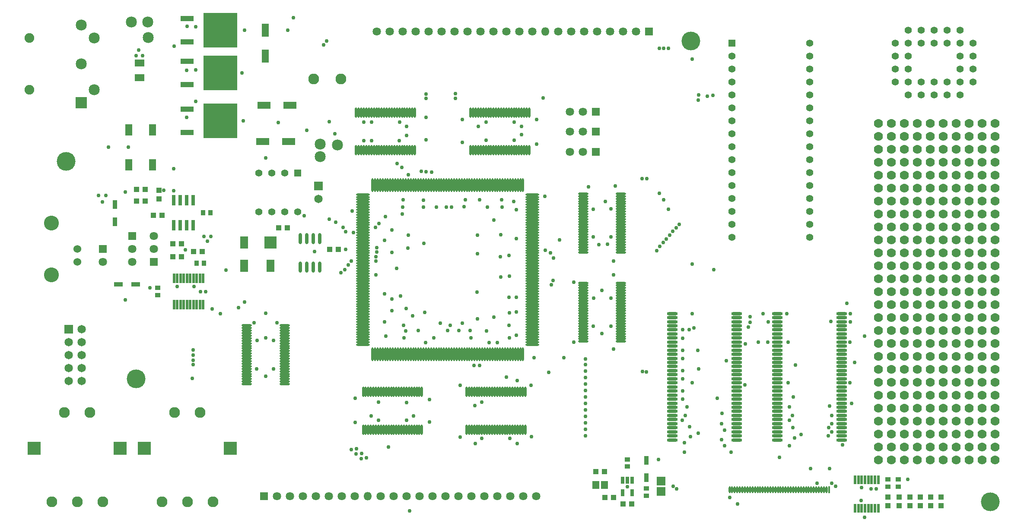
<source format=gts>
%FSLAX25Y25*%
%MOIN*%
G70*
G01*
G75*
G04 Layer_Color=8388736*
%ADD10O,0.01181X0.07480*%
%ADD11O,0.07480X0.01181*%
%ADD12R,0.07087X0.05118*%
%ADD13R,0.03937X0.03543*%
%ADD14R,0.03543X0.03150*%
%ADD15R,0.03543X0.03937*%
%ADD16R,0.06299X0.03150*%
%ADD17R,0.03150X0.06299*%
%ADD18R,0.02200X0.07800*%
%ADD19R,0.01400X0.06600*%
%ADD20O,0.02400X0.08000*%
%ADD21R,0.02200X0.05000*%
%ADD22R,0.05118X0.08661*%
%ADD23R,0.01400X0.07100*%
%ADD24O,0.07874X0.01969*%
%ADD25O,0.10000X0.01181*%
%ADD26O,0.01181X0.10000*%
%ADD27R,0.05118X0.09449*%
%ADD28R,0.09449X0.05118*%
%ADD29R,0.06299X0.06299*%
%ADD30R,0.09800X0.03700*%
%ADD31R,0.25700X0.26400*%
%ADD32R,0.01181X0.04724*%
%ADD33O,0.01181X0.04724*%
%ADD34R,0.05906X0.09055*%
%ADD35R,0.09055X0.09055*%
%ADD36R,0.05118X0.05906*%
%ADD37R,0.03150X0.03543*%
%ADD38C,0.01000*%
%ADD39C,0.03000*%
%ADD40C,0.00800*%
%ADD41C,0.10000*%
%ADD42C,0.01500*%
%ADD43C,0.05000*%
%ADD44C,0.07000*%
%ADD45C,0.05000*%
%ADD46R,0.05000X0.05000*%
%ADD47C,0.08000*%
%ADD48C,0.06000*%
%ADD49R,0.06000X0.06000*%
%ADD50R,0.09843X0.09843*%
%ADD51C,0.07874*%
%ADD52R,0.05906X0.05906*%
%ADD53C,0.05906*%
%ADD54O,0.05945X0.05906*%
%ADD55C,0.07000*%
%ADD56R,0.08000X0.08000*%
%ADD57R,0.05000X0.05000*%
%ADD58R,0.05906X0.05906*%
%ADD59C,0.11000*%
%ADD60C,0.05500*%
%ADD61C,0.06500*%
%ADD62C,0.14000*%
%ADD63C,0.02500*%
%ADD64C,0.03000*%
%ADD65C,0.02000*%
%ADD66C,0.00600*%
%ADD67C,0.00984*%
%ADD68C,0.00787*%
%ADD69O,0.01681X0.07980*%
%ADD70O,0.07980X0.01681*%
%ADD71R,0.07587X0.05618*%
%ADD72R,0.04437X0.04043*%
%ADD73R,0.04043X0.03650*%
%ADD74R,0.04043X0.04437*%
%ADD75R,0.06799X0.03650*%
%ADD76R,0.03650X0.06799*%
%ADD77R,0.02700X0.08300*%
%ADD78R,0.01900X0.07100*%
%ADD79O,0.02900X0.08500*%
%ADD80R,0.02700X0.05500*%
%ADD81R,0.05618X0.09161*%
%ADD82R,0.01900X0.07600*%
%ADD83O,0.08374X0.02469*%
%ADD84O,0.10500X0.01681*%
%ADD85O,0.01681X0.10500*%
%ADD86R,0.05618X0.09949*%
%ADD87R,0.09949X0.05618*%
%ADD88R,0.06799X0.06799*%
%ADD89R,0.10300X0.04200*%
%ADD90R,0.26200X0.26900*%
%ADD91R,0.01681X0.05224*%
%ADD92O,0.01681X0.05224*%
%ADD93R,0.06406X0.09555*%
%ADD94R,0.09555X0.09555*%
%ADD95R,0.05618X0.06406*%
%ADD96R,0.03650X0.04043*%
%ADD97R,0.05500X0.05500*%
%ADD98C,0.08500*%
%ADD99R,0.06500X0.06500*%
%ADD100R,0.10343X0.10343*%
%ADD101C,0.08374*%
%ADD102R,0.06406X0.06406*%
%ADD103C,0.06406*%
%ADD104O,0.06445X0.06406*%
%ADD105C,0.07500*%
%ADD106R,0.08500X0.08500*%
%ADD107R,0.05500X0.05500*%
%ADD108R,0.06406X0.06406*%
%ADD109C,0.11500*%
%ADD110C,0.14500*%
D48*
X148000Y302000D02*
D03*
Y312000D02*
D03*
D55*
X856000Y389000D02*
D03*
X846000D02*
D03*
X836000D02*
D03*
X826000D02*
D03*
X816000D02*
D03*
X806000D02*
D03*
X766000D02*
D03*
X776000D02*
D03*
X786000D02*
D03*
X796000D02*
D03*
Y379000D02*
D03*
X786000D02*
D03*
X776000D02*
D03*
X766000D02*
D03*
X806000D02*
D03*
X816000D02*
D03*
X826000D02*
D03*
X836000D02*
D03*
X846000D02*
D03*
X856000D02*
D03*
Y399000D02*
D03*
X846000D02*
D03*
X836000D02*
D03*
X826000D02*
D03*
X816000D02*
D03*
X806000D02*
D03*
X766000D02*
D03*
X776000D02*
D03*
X786000D02*
D03*
X796000D02*
D03*
Y409000D02*
D03*
X786000D02*
D03*
X776000D02*
D03*
X766000D02*
D03*
X806000D02*
D03*
X816000D02*
D03*
X826000D02*
D03*
X836000D02*
D03*
X846000D02*
D03*
X856000D02*
D03*
Y329000D02*
D03*
X846000D02*
D03*
X836000D02*
D03*
X826000D02*
D03*
X816000D02*
D03*
X806000D02*
D03*
X766000D02*
D03*
X776000D02*
D03*
X786000D02*
D03*
X796000D02*
D03*
Y319000D02*
D03*
X786000D02*
D03*
X776000D02*
D03*
X766000D02*
D03*
X806000D02*
D03*
X816000D02*
D03*
X826000D02*
D03*
X836000D02*
D03*
X846000D02*
D03*
X856000D02*
D03*
Y299000D02*
D03*
X846000D02*
D03*
X836000D02*
D03*
X826000D02*
D03*
X816000D02*
D03*
X806000D02*
D03*
X766000D02*
D03*
X776000D02*
D03*
X786000D02*
D03*
X796000D02*
D03*
Y309000D02*
D03*
X786000D02*
D03*
X776000D02*
D03*
X766000D02*
D03*
X806000D02*
D03*
X816000D02*
D03*
X826000D02*
D03*
X836000D02*
D03*
X846000D02*
D03*
X856000D02*
D03*
Y349000D02*
D03*
X846000D02*
D03*
X836000D02*
D03*
X826000D02*
D03*
X816000D02*
D03*
X806000D02*
D03*
X766000D02*
D03*
X776000D02*
D03*
X786000D02*
D03*
X796000D02*
D03*
Y339000D02*
D03*
X786000D02*
D03*
X776000D02*
D03*
X766000D02*
D03*
X806000D02*
D03*
X816000D02*
D03*
X826000D02*
D03*
X836000D02*
D03*
X846000D02*
D03*
X856000D02*
D03*
Y359000D02*
D03*
X846000D02*
D03*
X836000D02*
D03*
X826000D02*
D03*
X816000D02*
D03*
X806000D02*
D03*
X766000D02*
D03*
X776000D02*
D03*
X786000D02*
D03*
X796000D02*
D03*
Y369000D02*
D03*
X786000D02*
D03*
X776000D02*
D03*
X766000D02*
D03*
X806000D02*
D03*
X816000D02*
D03*
X826000D02*
D03*
X836000D02*
D03*
X846000D02*
D03*
X856000D02*
D03*
Y209000D02*
D03*
X846000D02*
D03*
X836000D02*
D03*
X826000D02*
D03*
X816000D02*
D03*
X806000D02*
D03*
X766000D02*
D03*
X776000D02*
D03*
X786000D02*
D03*
X796000D02*
D03*
Y199000D02*
D03*
X786000D02*
D03*
X776000D02*
D03*
X766000D02*
D03*
X806000D02*
D03*
X816000D02*
D03*
X826000D02*
D03*
X836000D02*
D03*
X846000D02*
D03*
X856000D02*
D03*
Y179000D02*
D03*
X846000D02*
D03*
X836000D02*
D03*
X826000D02*
D03*
X816000D02*
D03*
X806000D02*
D03*
X766000D02*
D03*
X776000D02*
D03*
X786000D02*
D03*
X796000D02*
D03*
Y189000D02*
D03*
X786000D02*
D03*
X776000D02*
D03*
X766000D02*
D03*
X806000D02*
D03*
X816000D02*
D03*
X826000D02*
D03*
X836000D02*
D03*
X846000D02*
D03*
X856000D02*
D03*
Y149000D02*
D03*
X846000D02*
D03*
X836000D02*
D03*
X826000D02*
D03*
X816000D02*
D03*
X806000D02*
D03*
X766000D02*
D03*
X776000D02*
D03*
X786000D02*
D03*
X796000D02*
D03*
X856000Y159000D02*
D03*
X846000D02*
D03*
X836000D02*
D03*
X826000D02*
D03*
X816000D02*
D03*
X806000D02*
D03*
X766000D02*
D03*
X776000D02*
D03*
X786000D02*
D03*
X796000D02*
D03*
Y169000D02*
D03*
X786000D02*
D03*
X776000D02*
D03*
X766000D02*
D03*
X806000D02*
D03*
X816000D02*
D03*
X826000D02*
D03*
X836000D02*
D03*
X846000D02*
D03*
X856000D02*
D03*
Y249000D02*
D03*
X846000D02*
D03*
X836000D02*
D03*
X826000D02*
D03*
X816000D02*
D03*
X806000D02*
D03*
X766000D02*
D03*
X776000D02*
D03*
X786000D02*
D03*
X796000D02*
D03*
Y239000D02*
D03*
X786000D02*
D03*
X776000D02*
D03*
X766000D02*
D03*
X806000D02*
D03*
X816000D02*
D03*
X826000D02*
D03*
X836000D02*
D03*
X846000D02*
D03*
X856000D02*
D03*
Y219000D02*
D03*
X846000D02*
D03*
X836000D02*
D03*
X826000D02*
D03*
X816000D02*
D03*
X806000D02*
D03*
X766000D02*
D03*
X776000D02*
D03*
X786000D02*
D03*
X796000D02*
D03*
Y229000D02*
D03*
X786000D02*
D03*
X776000D02*
D03*
X766000D02*
D03*
X806000D02*
D03*
X816000D02*
D03*
X826000D02*
D03*
X836000D02*
D03*
X846000D02*
D03*
X856000D02*
D03*
Y269000D02*
D03*
X846000D02*
D03*
X836000D02*
D03*
X826000D02*
D03*
X816000D02*
D03*
X806000D02*
D03*
X766000D02*
D03*
X776000D02*
D03*
X786000D02*
D03*
X796000D02*
D03*
Y259000D02*
D03*
X786000D02*
D03*
X776000D02*
D03*
X766000D02*
D03*
X806000D02*
D03*
X816000D02*
D03*
X826000D02*
D03*
X836000D02*
D03*
X846000D02*
D03*
X856000D02*
D03*
Y279000D02*
D03*
X846000D02*
D03*
X836000D02*
D03*
X826000D02*
D03*
X816000D02*
D03*
X806000D02*
D03*
X766000D02*
D03*
X776000D02*
D03*
X786000D02*
D03*
X796000D02*
D03*
Y289000D02*
D03*
X786000D02*
D03*
X776000D02*
D03*
X766000D02*
D03*
X806000D02*
D03*
X816000D02*
D03*
X826000D02*
D03*
X836000D02*
D03*
X846000D02*
D03*
X856000D02*
D03*
D60*
X839000Y471000D02*
D03*
Y461000D02*
D03*
Y451000D02*
D03*
X829000Y461000D02*
D03*
Y451000D02*
D03*
X839000Y441000D02*
D03*
X829000D02*
D03*
X819000D02*
D03*
X809000D02*
D03*
X799000D02*
D03*
X829000Y431000D02*
D03*
X819000D02*
D03*
X809000D02*
D03*
X799000D02*
D03*
X829000Y471000D02*
D03*
X819000D02*
D03*
X809000D02*
D03*
X799000D02*
D03*
X829000Y481000D02*
D03*
X819000D02*
D03*
X809000D02*
D03*
X799000D02*
D03*
X789000D02*
D03*
Y431000D02*
D03*
X779000Y441000D02*
D03*
X789000D02*
D03*
Y471000D02*
D03*
X779000D02*
D03*
Y461000D02*
D03*
X789000Y451000D02*
D03*
X779000D02*
D03*
X789000Y461000D02*
D03*
X653000D02*
D03*
Y451000D02*
D03*
Y441000D02*
D03*
Y431000D02*
D03*
Y421000D02*
D03*
Y411000D02*
D03*
Y401000D02*
D03*
Y391000D02*
D03*
Y381000D02*
D03*
Y371000D02*
D03*
Y361000D02*
D03*
Y351000D02*
D03*
Y341000D02*
D03*
Y331000D02*
D03*
Y321000D02*
D03*
X713000D02*
D03*
Y331000D02*
D03*
Y341000D02*
D03*
Y351000D02*
D03*
Y361000D02*
D03*
Y371000D02*
D03*
Y381000D02*
D03*
Y391000D02*
D03*
Y401000D02*
D03*
Y411000D02*
D03*
Y421000D02*
D03*
Y431000D02*
D03*
Y441000D02*
D03*
Y451000D02*
D03*
Y461000D02*
D03*
Y471000D02*
D03*
X308000Y370500D02*
D03*
X298000D02*
D03*
X288000D02*
D03*
Y340500D02*
D03*
X298000D02*
D03*
X308000D02*
D03*
X318000D02*
D03*
D61*
X151500Y250000D02*
D03*
X141500Y240000D02*
D03*
X151500D02*
D03*
X141500Y230000D02*
D03*
X151500D02*
D03*
X141500Y220000D02*
D03*
Y210000D02*
D03*
X151500D02*
D03*
Y220000D02*
D03*
X334000Y350500D02*
D03*
D64*
X460200Y193700D02*
D03*
X487500Y210300D02*
D03*
X454744Y191000D02*
D03*
X487456Y161700D02*
D03*
X481800Y165600D02*
D03*
X460200D02*
D03*
X455100Y161700D02*
D03*
X479200Y213000D02*
D03*
X419846Y195400D02*
D03*
X419800Y178300D02*
D03*
X380500Y193400D02*
D03*
X402100Y193300D02*
D03*
X402144Y179400D02*
D03*
X380435D02*
D03*
X407556Y182900D02*
D03*
X374800D02*
D03*
X299400Y219256D02*
D03*
X286500Y219300D02*
D03*
X286700Y241300D02*
D03*
X299400Y241200D02*
D03*
X293300Y243100D02*
D03*
Y213700D02*
D03*
X546300Y273800D02*
D03*
X559800Y252200D02*
D03*
X552900Y279900D02*
D03*
Y246600D02*
D03*
X559800Y273800D02*
D03*
X546200Y252100D02*
D03*
X531100Y286100D02*
D03*
X555600Y348600D02*
D03*
X550400Y315344D02*
D03*
X546200Y342700D02*
D03*
Y321100D02*
D03*
X559900D02*
D03*
X595000Y310600D02*
D03*
X597400Y313800D02*
D03*
X600000Y316800D02*
D03*
X602500Y319700D02*
D03*
X605000Y322700D02*
D03*
X607500Y325600D02*
D03*
X610000Y328300D02*
D03*
X612600Y330900D02*
D03*
X445200Y411900D02*
D03*
X485000Y396000D02*
D03*
X490800Y400200D02*
D03*
X457400Y406400D02*
D03*
X490870D02*
D03*
X463300Y409900D02*
D03*
X485000D02*
D03*
X463300Y396000D02*
D03*
X402200Y399400D02*
D03*
X396500Y395700D02*
D03*
X402156Y406400D02*
D03*
X396700Y409900D02*
D03*
X369100D02*
D03*
X673300Y239900D02*
D03*
X680800D02*
D03*
X325150Y403650D02*
D03*
X486800Y320000D02*
D03*
X198300Y461300D02*
D03*
X195500Y465500D02*
D03*
X231550Y311282D02*
D03*
X622500Y458400D02*
D03*
Y300100D02*
D03*
X639000Y295800D02*
D03*
X239400Y450100D02*
D03*
X239300Y483600D02*
D03*
X239400Y425800D02*
D03*
X355000Y325100D02*
D03*
X361200Y324600D02*
D03*
X610500Y126500D02*
D03*
X587000Y217000D02*
D03*
X587400Y366300D02*
D03*
X417000Y428200D02*
D03*
X439700Y428300D02*
D03*
X340400Y472600D02*
D03*
X607700Y128600D02*
D03*
X596357Y149357D02*
D03*
X584100Y217100D02*
D03*
X583800Y366300D02*
D03*
X507300Y428600D02*
D03*
X439700Y431800D02*
D03*
X417000Y431700D02*
D03*
X338100Y469700D02*
D03*
X222900Y468700D02*
D03*
X236700Y212000D02*
D03*
X272400Y266500D02*
D03*
X262800Y295700D02*
D03*
X713900Y142200D02*
D03*
X728500D02*
D03*
X755600Y244600D02*
D03*
X741800Y269900D02*
D03*
X747700Y224100D02*
D03*
X385800Y336800D02*
D03*
X508900Y352400D02*
D03*
X500400Y228000D02*
D03*
X342400Y410200D02*
D03*
X472200Y239544D02*
D03*
X511800Y216500D02*
D03*
X523300Y227900D02*
D03*
X465800Y239544D02*
D03*
X406900Y260200D02*
D03*
X416800Y239400D02*
D03*
X417100Y413600D02*
D03*
X417000Y396300D02*
D03*
X657300Y114900D02*
D03*
X651300Y120000D02*
D03*
X572400Y128300D02*
D03*
X167500Y348300D02*
D03*
X170100Y353200D02*
D03*
X164400Y353300D02*
D03*
X248500Y317800D02*
D03*
X251100Y321700D02*
D03*
X245700D02*
D03*
X214662Y357339D02*
D03*
X681000Y255600D02*
D03*
X622400Y208600D02*
D03*
X648800Y225700D02*
D03*
X623675Y250800D02*
D03*
X700300Y197600D02*
D03*
X744300Y255700D02*
D03*
X745300Y192700D02*
D03*
X641700Y196500D02*
D03*
X627300Y219300D02*
D03*
X620100Y249600D02*
D03*
X665700Y251600D02*
D03*
X667100Y255300D02*
D03*
X702000Y222200D02*
D03*
X616300Y155000D02*
D03*
X652300Y154800D02*
D03*
X421300Y371300D02*
D03*
X417122Y371522D02*
D03*
X413463Y371763D02*
D03*
X403343Y369343D02*
D03*
X398500Y374825D02*
D03*
X346700Y400800D02*
D03*
X360100Y341100D02*
D03*
X394500Y297000D02*
D03*
X398800Y338800D02*
D03*
X415300Y316200D02*
D03*
X456753Y322400D02*
D03*
X469300Y334100D02*
D03*
X456900Y308200D02*
D03*
X456400Y278500D02*
D03*
X456900Y258000D02*
D03*
X435700Y252800D02*
D03*
X397300Y275400D02*
D03*
X399650Y252850D02*
D03*
X469600Y259300D02*
D03*
X401700Y265800D02*
D03*
X481200Y306800D02*
D03*
X481300Y290900D02*
D03*
X474800Y290200D02*
D03*
X481300Y262600D02*
D03*
X481200Y274700D02*
D03*
X486800Y245200D02*
D03*
X481200Y253000D02*
D03*
X463800Y248700D02*
D03*
X451000Y248800D02*
D03*
X451800Y243100D02*
D03*
X442300Y248800D02*
D03*
X433900D02*
D03*
X411217Y248783D02*
D03*
X464500Y344300D02*
D03*
X475600Y349800D02*
D03*
X475800Y344200D02*
D03*
X446300Y344400D02*
D03*
X390791Y273291D02*
D03*
X390800Y264200D02*
D03*
X401400Y248700D02*
D03*
X390700Y309200D02*
D03*
X380800Y331400D02*
D03*
X390700Y326700D02*
D03*
X399000Y344300D02*
D03*
X415200D02*
D03*
X424996Y344204D02*
D03*
X432870Y344330D02*
D03*
X436807Y344207D02*
D03*
X403504Y322504D02*
D03*
X428200Y254700D02*
D03*
X445100Y254600D02*
D03*
X474800Y323000D02*
D03*
X474600Y305800D02*
D03*
X399406Y349794D02*
D03*
X385267Y318567D02*
D03*
X385228Y277228D02*
D03*
X385200Y255500D02*
D03*
X386200Y244500D02*
D03*
X400200Y243200D02*
D03*
X423028Y243072D02*
D03*
X481600Y243300D02*
D03*
X415154Y349654D02*
D03*
X447600Y349800D02*
D03*
X458461Y349761D02*
D03*
X484700Y348700D02*
D03*
X486811Y342189D02*
D03*
X486800Y274400D02*
D03*
Y263200D02*
D03*
X752800Y117400D02*
D03*
X788700Y133800D02*
D03*
X753200Y127500D02*
D03*
X718876Y131000D02*
D03*
X738600Y160500D02*
D03*
X689700Y151000D02*
D03*
X314800Y490500D02*
D03*
X404500Y109600D02*
D03*
X293300Y262300D02*
D03*
X238000Y283000D02*
D03*
X225000D02*
D03*
X243000Y279000D02*
D03*
X247000D02*
D03*
X222400Y374000D02*
D03*
Y356800D02*
D03*
X193300Y461300D02*
D03*
X258500Y262000D02*
D03*
X204000Y281756D02*
D03*
X185000Y272500D02*
D03*
Y356000D02*
D03*
X597000Y355000D02*
D03*
X600500Y467000D02*
D03*
X597000D02*
D03*
X604000D02*
D03*
X627500Y431000D02*
D03*
X627000Y427000D02*
D03*
X634000Y430000D02*
D03*
X638500Y430500D02*
D03*
X615000Y243000D02*
D03*
Y233654D02*
D03*
Y202157D02*
D03*
Y249402D02*
D03*
Y227354D02*
D03*
Y217906D02*
D03*
Y211606D02*
D03*
Y195858D02*
D03*
X600500Y350000D02*
D03*
X604000Y342500D02*
D03*
X617240Y183260D02*
D03*
X614890Y179610D02*
D03*
X697500Y190000D02*
D03*
X699760Y183260D02*
D03*
X697390Y179610D02*
D03*
X700000Y174000D02*
D03*
X706500Y168500D02*
D03*
X701500Y166000D02*
D03*
X697500Y160000D02*
D03*
X730260Y183260D02*
D03*
X730039Y176961D02*
D03*
X727689Y173811D02*
D03*
X730161Y170661D02*
D03*
X727512Y167512D02*
D03*
X647500Y160000D02*
D03*
X645000Y164500D02*
D03*
X618500Y190000D02*
D03*
X620500Y174500D02*
D03*
X616500Y162100D02*
D03*
X627000Y169650D02*
D03*
X621150Y166850D02*
D03*
X667100Y259600D02*
D03*
X677000Y262000D02*
D03*
X744500D02*
D03*
X540000Y197500D02*
D03*
Y187500D02*
D03*
Y182500D02*
D03*
Y177500D02*
D03*
Y172500D02*
D03*
Y192500D02*
D03*
Y202500D02*
D03*
Y167500D02*
D03*
Y222500D02*
D03*
Y217500D02*
D03*
X647500Y172000D02*
D03*
X645039Y176961D02*
D03*
X645500Y185000D02*
D03*
X540000Y212500D02*
D03*
Y207500D02*
D03*
Y227000D02*
D03*
X498400Y166900D02*
D03*
X498200Y206700D02*
D03*
X443600Y206500D02*
D03*
X443300Y166400D02*
D03*
X760500Y126500D02*
D03*
X764500D02*
D03*
X730000Y131000D02*
D03*
X733000Y128500D02*
D03*
X454000Y222000D02*
D03*
X458500D02*
D03*
X755500Y104500D02*
D03*
X520000Y319000D02*
D03*
X515100Y287500D02*
D03*
X513800Y284200D02*
D03*
X394900Y378000D02*
D03*
X371000Y150500D02*
D03*
X367000Y150000D02*
D03*
X367500Y154000D02*
D03*
X363000Y153500D02*
D03*
X363500Y157500D02*
D03*
X359500Y157000D02*
D03*
X388000Y159000D02*
D03*
X252000Y265500D02*
D03*
X513000Y309000D02*
D03*
X515500Y305000D02*
D03*
X509000Y311000D02*
D03*
X353000Y328500D02*
D03*
X378000D02*
D03*
X355000Y311500D02*
D03*
X277000Y271000D02*
D03*
X378500Y306000D02*
D03*
X379000Y309500D02*
D03*
X347500Y332500D02*
D03*
X331250Y310000D02*
D03*
X378500Y302500D02*
D03*
X323000Y337500D02*
D03*
X342500Y335000D02*
D03*
X379000Y313000D02*
D03*
X237500Y234000D02*
D03*
Y230000D02*
D03*
Y226000D02*
D03*
Y222500D02*
D03*
X359500Y302500D02*
D03*
X378500Y292000D02*
D03*
X357000Y299500D02*
D03*
X351500Y293500D02*
D03*
X354500Y296000D02*
D03*
X187500Y390500D02*
D03*
X172000D02*
D03*
X232750Y484000D02*
D03*
X277000Y481000D02*
D03*
X232500Y450000D02*
D03*
X275000Y448000D02*
D03*
X276000Y411000D02*
D03*
X232500Y413500D02*
D03*
X310500Y481000D02*
D03*
X303000Y409500D02*
D03*
X302000Y254800D02*
D03*
X284400Y254900D02*
D03*
X561846Y291846D02*
D03*
X561900Y234500D02*
D03*
X563000Y360500D02*
D03*
X542500Y360000D02*
D03*
X561900Y302600D02*
D03*
X559900Y342800D02*
D03*
X375100Y409900D02*
D03*
X502300Y393000D02*
D03*
Y411800D02*
D03*
X445100Y394200D02*
D03*
X362600Y196400D02*
D03*
Y177800D02*
D03*
X695500Y262000D02*
D03*
X696500Y240000D02*
D03*
X744000D02*
D03*
X696500Y208500D02*
D03*
X743957Y208457D02*
D03*
X728500Y190500D02*
D03*
X729500Y256000D02*
D03*
X626900Y233600D02*
D03*
X663500Y238500D02*
D03*
X663000Y207000D02*
D03*
X557000Y315400D02*
D03*
X375100Y395700D02*
D03*
X369100D02*
D03*
X531100Y240000D02*
D03*
X622500Y261756D02*
D03*
X293300Y382100D02*
D03*
X416200Y262800D02*
D03*
X403200Y312400D02*
D03*
D69*
X493700Y172266D02*
D03*
X491732D02*
D03*
X489763D02*
D03*
X487794D02*
D03*
X485826D02*
D03*
X483857D02*
D03*
X481889D02*
D03*
X479920D02*
D03*
X477952D02*
D03*
X475983D02*
D03*
X474015D02*
D03*
X472047D02*
D03*
X470078D02*
D03*
X468110D02*
D03*
X466141D02*
D03*
X464173D02*
D03*
X462204D02*
D03*
X460236D02*
D03*
X458267D02*
D03*
X456298D02*
D03*
X454330D02*
D03*
X452361D02*
D03*
X450393D02*
D03*
X448424D02*
D03*
Y201400D02*
D03*
X491732D02*
D03*
X493700D02*
D03*
X450393D02*
D03*
X452361D02*
D03*
X454330D02*
D03*
X456298D02*
D03*
X458267D02*
D03*
X460236D02*
D03*
X462204D02*
D03*
X464173D02*
D03*
X466141D02*
D03*
X468110D02*
D03*
X470078D02*
D03*
X472047D02*
D03*
X474015D02*
D03*
X475983D02*
D03*
X477952D02*
D03*
X479920D02*
D03*
X481889D02*
D03*
X483857D02*
D03*
X485826D02*
D03*
X487794D02*
D03*
X489763D02*
D03*
X363200Y417234D02*
D03*
X365168D02*
D03*
X367137D02*
D03*
X369106D02*
D03*
X371074D02*
D03*
X373042D02*
D03*
X375011D02*
D03*
X376979D02*
D03*
X378948D02*
D03*
X380917D02*
D03*
X382885D02*
D03*
X384854D02*
D03*
X386822D02*
D03*
X388790D02*
D03*
X390759D02*
D03*
X392727D02*
D03*
X394696D02*
D03*
X396665D02*
D03*
X398633D02*
D03*
X400601D02*
D03*
X402570D02*
D03*
X404538D02*
D03*
X406507D02*
D03*
X408475D02*
D03*
Y388100D02*
D03*
X365168D02*
D03*
X363200D02*
D03*
X406507D02*
D03*
X404538D02*
D03*
X402570D02*
D03*
X400601D02*
D03*
X398633D02*
D03*
X396665D02*
D03*
X394696D02*
D03*
X392727D02*
D03*
X390759D02*
D03*
X388790D02*
D03*
X386822D02*
D03*
X384854D02*
D03*
X382885D02*
D03*
X380917D02*
D03*
X378948D02*
D03*
X376979D02*
D03*
X375011D02*
D03*
X373042D02*
D03*
X371074D02*
D03*
X369106D02*
D03*
X367137D02*
D03*
X413900Y172266D02*
D03*
X411932D02*
D03*
X409963D02*
D03*
X407995D02*
D03*
X406026D02*
D03*
X404058D02*
D03*
X402089D02*
D03*
X400120D02*
D03*
X398152D02*
D03*
X396183D02*
D03*
X394215D02*
D03*
X392247D02*
D03*
X390278D02*
D03*
X388310D02*
D03*
X386341D02*
D03*
X384372D02*
D03*
X382404D02*
D03*
X380435D02*
D03*
X378467D02*
D03*
X376499D02*
D03*
X374530D02*
D03*
X372562D02*
D03*
X370593D02*
D03*
X368624D02*
D03*
Y201400D02*
D03*
X411932D02*
D03*
X413900D02*
D03*
X370593D02*
D03*
X372562D02*
D03*
X374530D02*
D03*
X376499D02*
D03*
X378467D02*
D03*
X380435D02*
D03*
X382404D02*
D03*
X384372D02*
D03*
X386341D02*
D03*
X388310D02*
D03*
X390278D02*
D03*
X392247D02*
D03*
X394215D02*
D03*
X396183D02*
D03*
X398152D02*
D03*
X400120D02*
D03*
X402089D02*
D03*
X404058D02*
D03*
X406026D02*
D03*
X407995D02*
D03*
X409963D02*
D03*
X451500Y417234D02*
D03*
X453469D02*
D03*
X455437D02*
D03*
X457406D02*
D03*
X459374D02*
D03*
X461342D02*
D03*
X463311D02*
D03*
X465279D02*
D03*
X467248D02*
D03*
X469216D02*
D03*
X471185D02*
D03*
X473153D02*
D03*
X475122D02*
D03*
X477091D02*
D03*
X479059D02*
D03*
X481028D02*
D03*
X482996D02*
D03*
X484965D02*
D03*
X486933D02*
D03*
X488902D02*
D03*
X490870D02*
D03*
X492838D02*
D03*
X494807D02*
D03*
X496775D02*
D03*
Y388100D02*
D03*
X453469D02*
D03*
X451500D02*
D03*
X494807D02*
D03*
X492838D02*
D03*
X490870D02*
D03*
X488902D02*
D03*
X486933D02*
D03*
X484965D02*
D03*
X482996D02*
D03*
X481028D02*
D03*
X479059D02*
D03*
X477091D02*
D03*
X475122D02*
D03*
X473153D02*
D03*
X471185D02*
D03*
X469216D02*
D03*
X467248D02*
D03*
X465279D02*
D03*
X463311D02*
D03*
X461342D02*
D03*
X459374D02*
D03*
X457406D02*
D03*
X455437D02*
D03*
D70*
X567434Y354600D02*
D03*
Y352631D02*
D03*
Y350663D02*
D03*
Y348694D02*
D03*
Y346726D02*
D03*
Y344758D02*
D03*
Y342789D02*
D03*
Y340821D02*
D03*
Y338852D02*
D03*
Y336883D02*
D03*
Y334915D02*
D03*
Y332946D02*
D03*
Y330978D02*
D03*
Y329010D02*
D03*
Y327041D02*
D03*
Y325073D02*
D03*
Y323104D02*
D03*
Y321135D02*
D03*
Y319167D02*
D03*
Y317198D02*
D03*
Y315230D02*
D03*
Y313262D02*
D03*
Y311293D02*
D03*
Y309325D02*
D03*
X538300D02*
D03*
Y352631D02*
D03*
Y354600D02*
D03*
Y311293D02*
D03*
Y313262D02*
D03*
Y315230D02*
D03*
Y317198D02*
D03*
Y319167D02*
D03*
Y321135D02*
D03*
Y323104D02*
D03*
Y325073D02*
D03*
Y327041D02*
D03*
Y329010D02*
D03*
Y330978D02*
D03*
Y332946D02*
D03*
Y334915D02*
D03*
Y336883D02*
D03*
Y338852D02*
D03*
Y340821D02*
D03*
Y342789D02*
D03*
Y344758D02*
D03*
Y346726D02*
D03*
Y348694D02*
D03*
Y350663D02*
D03*
X567434Y285700D02*
D03*
Y283732D02*
D03*
Y281763D02*
D03*
Y279795D02*
D03*
Y277826D02*
D03*
Y275857D02*
D03*
Y273889D02*
D03*
Y271920D02*
D03*
Y269952D02*
D03*
Y267984D02*
D03*
Y266015D02*
D03*
Y264047D02*
D03*
Y262078D02*
D03*
Y260109D02*
D03*
Y258141D02*
D03*
Y256172D02*
D03*
Y254204D02*
D03*
Y252236D02*
D03*
Y250267D02*
D03*
Y248299D02*
D03*
Y246330D02*
D03*
Y244361D02*
D03*
Y242393D02*
D03*
Y240424D02*
D03*
X538300D02*
D03*
Y283732D02*
D03*
Y285700D02*
D03*
Y242393D02*
D03*
Y244361D02*
D03*
Y246330D02*
D03*
Y248299D02*
D03*
Y250267D02*
D03*
Y252236D02*
D03*
Y254204D02*
D03*
Y256172D02*
D03*
Y258141D02*
D03*
Y260109D02*
D03*
Y262078D02*
D03*
Y264047D02*
D03*
Y266015D02*
D03*
Y267984D02*
D03*
Y269952D02*
D03*
Y271920D02*
D03*
Y273889D02*
D03*
Y275857D02*
D03*
Y277826D02*
D03*
Y279795D02*
D03*
Y281763D02*
D03*
X278866Y207500D02*
D03*
Y209469D02*
D03*
Y211437D02*
D03*
Y213405D02*
D03*
Y215374D02*
D03*
Y217342D02*
D03*
Y219311D02*
D03*
Y221280D02*
D03*
Y223248D02*
D03*
Y225217D02*
D03*
Y227185D02*
D03*
Y229153D02*
D03*
Y231122D02*
D03*
Y233090D02*
D03*
Y235059D02*
D03*
Y237028D02*
D03*
Y238996D02*
D03*
Y240965D02*
D03*
Y242933D02*
D03*
Y244901D02*
D03*
Y246870D02*
D03*
Y248838D02*
D03*
Y250807D02*
D03*
Y252776D02*
D03*
X308000D02*
D03*
Y209469D02*
D03*
Y207500D02*
D03*
Y250807D02*
D03*
Y248838D02*
D03*
Y246870D02*
D03*
Y244901D02*
D03*
Y242933D02*
D03*
Y240965D02*
D03*
Y238996D02*
D03*
Y237028D02*
D03*
Y235059D02*
D03*
Y233090D02*
D03*
Y231122D02*
D03*
Y229153D02*
D03*
Y227185D02*
D03*
Y225217D02*
D03*
Y223248D02*
D03*
Y221280D02*
D03*
Y219311D02*
D03*
Y217342D02*
D03*
Y215374D02*
D03*
Y213405D02*
D03*
Y211437D02*
D03*
D71*
X196000Y455709D02*
D03*
Y444291D02*
D03*
D72*
X782000Y113654D02*
D03*
Y120346D02*
D03*
X773500Y113654D02*
D03*
Y120346D02*
D03*
X211000Y357347D02*
D03*
Y350654D02*
D03*
X790500Y120346D02*
D03*
Y113654D02*
D03*
X798500Y120346D02*
D03*
Y113654D02*
D03*
X806500Y120346D02*
D03*
Y113654D02*
D03*
X814500Y120346D02*
D03*
Y113654D02*
D03*
D73*
X781500Y128244D02*
D03*
Y133756D02*
D03*
X773500Y128244D02*
D03*
Y133756D02*
D03*
X210000Y276244D02*
D03*
Y281756D02*
D03*
X587000Y126756D02*
D03*
Y121244D02*
D03*
X572500Y143744D02*
D03*
Y149256D02*
D03*
D74*
X237653Y310000D02*
D03*
X244346D02*
D03*
X228346Y306000D02*
D03*
X221654D02*
D03*
X221654Y316000D02*
D03*
X228346D02*
D03*
X213347Y338000D02*
D03*
X206653D02*
D03*
X193654Y358000D02*
D03*
X200346D02*
D03*
X193654Y349000D02*
D03*
X200346D02*
D03*
X342653Y311500D02*
D03*
X349346D02*
D03*
X303354Y328200D02*
D03*
X310047D02*
D03*
X575846Y115000D02*
D03*
X569153D02*
D03*
X554846Y140000D02*
D03*
X548153D02*
D03*
X561846Y120000D02*
D03*
X555154D02*
D03*
D75*
X179807Y284500D02*
D03*
X193193D02*
D03*
D76*
X177100Y346193D02*
D03*
Y332807D02*
D03*
X587000Y135307D02*
D03*
Y148693D02*
D03*
D77*
X222500Y330300D02*
D03*
X227500D02*
D03*
X232500D02*
D03*
X237500D02*
D03*
Y349700D02*
D03*
X232500D02*
D03*
X227500D02*
D03*
X222500D02*
D03*
D78*
X765957Y133600D02*
D03*
X763398D02*
D03*
X760839D02*
D03*
X758280D02*
D03*
X755720D02*
D03*
X753161D02*
D03*
X750602D02*
D03*
X748043D02*
D03*
Y111400D02*
D03*
X750602D02*
D03*
X753161D02*
D03*
X755720D02*
D03*
X758280D02*
D03*
X760839D02*
D03*
X763398D02*
D03*
X765957D02*
D03*
D79*
X320000Y320000D02*
D03*
X335000Y298000D02*
D03*
X330000D02*
D03*
X325000D02*
D03*
X320000D02*
D03*
X325000Y320000D02*
D03*
X330000D02*
D03*
X335000D02*
D03*
D80*
X576250Y123700D02*
D03*
X568750D02*
D03*
Y133300D02*
D03*
X572500D02*
D03*
X576250D02*
D03*
D81*
X206252Y404000D02*
D03*
X187748D02*
D03*
X187748Y377000D02*
D03*
X206252D02*
D03*
D82*
X222750Y268950D02*
D03*
X225250D02*
D03*
X227750D02*
D03*
X230250D02*
D03*
X232750D02*
D03*
X235250D02*
D03*
X237750D02*
D03*
X240250D02*
D03*
X242750D02*
D03*
X245250D02*
D03*
Y289050D02*
D03*
X242750D02*
D03*
X240250D02*
D03*
X237750D02*
D03*
X235250D02*
D03*
X232750D02*
D03*
X230250D02*
D03*
X227750D02*
D03*
X225250D02*
D03*
X222750D02*
D03*
D83*
X607000Y262000D02*
D03*
Y258850D02*
D03*
Y255701D02*
D03*
Y252551D02*
D03*
Y249402D02*
D03*
Y246252D02*
D03*
Y243102D02*
D03*
Y239953D02*
D03*
Y236803D02*
D03*
Y230504D02*
D03*
Y227354D02*
D03*
Y224205D02*
D03*
Y221055D02*
D03*
Y214756D02*
D03*
Y211606D02*
D03*
Y208457D02*
D03*
Y205307D02*
D03*
Y202157D02*
D03*
Y199008D02*
D03*
Y195858D02*
D03*
Y192709D02*
D03*
Y189559D02*
D03*
Y186409D02*
D03*
Y183260D02*
D03*
Y180110D02*
D03*
Y176961D02*
D03*
Y173811D02*
D03*
Y170661D02*
D03*
Y167512D02*
D03*
Y164362D02*
D03*
X656606D02*
D03*
Y167512D02*
D03*
Y170661D02*
D03*
Y173811D02*
D03*
Y176961D02*
D03*
Y180110D02*
D03*
Y183260D02*
D03*
Y186409D02*
D03*
Y192709D02*
D03*
Y195858D02*
D03*
Y199008D02*
D03*
Y202157D02*
D03*
Y205307D02*
D03*
Y208457D02*
D03*
Y211606D02*
D03*
Y214756D02*
D03*
Y217906D02*
D03*
Y221055D02*
D03*
Y224205D02*
D03*
Y227354D02*
D03*
Y230504D02*
D03*
Y233654D02*
D03*
Y236803D02*
D03*
Y239953D02*
D03*
Y243102D02*
D03*
Y246252D02*
D03*
Y249402D02*
D03*
Y252551D02*
D03*
Y255701D02*
D03*
Y262000D02*
D03*
Y258850D02*
D03*
Y189559D02*
D03*
X607000Y217906D02*
D03*
Y233654D02*
D03*
X688000Y262000D02*
D03*
Y258850D02*
D03*
Y255701D02*
D03*
Y252551D02*
D03*
Y249402D02*
D03*
Y246252D02*
D03*
Y243102D02*
D03*
Y239953D02*
D03*
Y236803D02*
D03*
Y230504D02*
D03*
Y227354D02*
D03*
Y224205D02*
D03*
Y221055D02*
D03*
Y214756D02*
D03*
Y211606D02*
D03*
Y208457D02*
D03*
Y205307D02*
D03*
Y202157D02*
D03*
Y199008D02*
D03*
Y195858D02*
D03*
Y192709D02*
D03*
Y189559D02*
D03*
Y186409D02*
D03*
Y183260D02*
D03*
Y180110D02*
D03*
Y176961D02*
D03*
Y173811D02*
D03*
Y170661D02*
D03*
Y167512D02*
D03*
Y164362D02*
D03*
X737606D02*
D03*
Y167512D02*
D03*
Y170661D02*
D03*
Y173811D02*
D03*
Y176961D02*
D03*
Y180110D02*
D03*
Y183260D02*
D03*
Y186409D02*
D03*
Y192709D02*
D03*
Y195858D02*
D03*
Y199008D02*
D03*
Y202157D02*
D03*
Y205307D02*
D03*
Y208457D02*
D03*
Y211606D02*
D03*
Y214756D02*
D03*
Y217906D02*
D03*
Y221055D02*
D03*
Y224205D02*
D03*
Y227354D02*
D03*
Y230504D02*
D03*
Y233654D02*
D03*
Y236803D02*
D03*
Y239953D02*
D03*
Y243102D02*
D03*
Y246252D02*
D03*
Y249402D02*
D03*
Y252551D02*
D03*
Y255701D02*
D03*
Y262000D02*
D03*
Y258850D02*
D03*
Y189559D02*
D03*
X688000Y217906D02*
D03*
Y233654D02*
D03*
D84*
X368500Y354000D02*
D03*
X499209D02*
D03*
Y352031D02*
D03*
Y350063D02*
D03*
Y348094D02*
D03*
Y346126D02*
D03*
Y344157D02*
D03*
Y342189D02*
D03*
Y340220D02*
D03*
Y338252D02*
D03*
Y336283D02*
D03*
Y334315D02*
D03*
Y332346D02*
D03*
Y330378D02*
D03*
Y328409D02*
D03*
Y326441D02*
D03*
Y324472D02*
D03*
Y322504D02*
D03*
Y320535D02*
D03*
Y318567D02*
D03*
Y316598D02*
D03*
Y314630D02*
D03*
Y312661D02*
D03*
Y310693D02*
D03*
Y308724D02*
D03*
Y306756D02*
D03*
Y304787D02*
D03*
Y302819D02*
D03*
Y300850D02*
D03*
Y298882D02*
D03*
Y296913D02*
D03*
Y294945D02*
D03*
Y292976D02*
D03*
Y291008D02*
D03*
Y289039D02*
D03*
Y287071D02*
D03*
Y285102D02*
D03*
Y283134D02*
D03*
Y281165D02*
D03*
Y279197D02*
D03*
Y277228D02*
D03*
Y275260D02*
D03*
Y273291D02*
D03*
Y271323D02*
D03*
Y269354D02*
D03*
Y267386D02*
D03*
Y265417D02*
D03*
Y263449D02*
D03*
Y261480D02*
D03*
Y259512D02*
D03*
Y257543D02*
D03*
Y255575D02*
D03*
Y253606D02*
D03*
Y251638D02*
D03*
Y249669D02*
D03*
Y247701D02*
D03*
Y245732D02*
D03*
Y243764D02*
D03*
Y241795D02*
D03*
Y239827D02*
D03*
Y237858D02*
D03*
X368500D02*
D03*
Y239827D02*
D03*
Y241795D02*
D03*
Y243764D02*
D03*
Y245732D02*
D03*
Y247701D02*
D03*
Y249669D02*
D03*
Y251638D02*
D03*
Y253606D02*
D03*
Y255575D02*
D03*
Y257543D02*
D03*
Y259512D02*
D03*
Y261480D02*
D03*
Y263449D02*
D03*
Y265417D02*
D03*
Y267386D02*
D03*
Y269354D02*
D03*
Y271323D02*
D03*
Y273291D02*
D03*
Y275260D02*
D03*
Y277228D02*
D03*
Y279197D02*
D03*
Y281165D02*
D03*
Y283134D02*
D03*
Y285102D02*
D03*
Y287071D02*
D03*
Y289039D02*
D03*
Y291008D02*
D03*
Y292976D02*
D03*
Y294945D02*
D03*
Y296913D02*
D03*
Y298882D02*
D03*
Y300850D02*
D03*
Y302819D02*
D03*
Y304787D02*
D03*
Y306756D02*
D03*
Y308724D02*
D03*
Y310693D02*
D03*
Y312661D02*
D03*
Y314630D02*
D03*
Y316598D02*
D03*
Y318567D02*
D03*
Y320535D02*
D03*
Y322504D02*
D03*
Y324472D02*
D03*
Y326441D02*
D03*
Y328409D02*
D03*
Y330378D02*
D03*
Y332346D02*
D03*
Y334315D02*
D03*
Y336283D02*
D03*
Y338252D02*
D03*
Y340220D02*
D03*
Y342189D02*
D03*
Y344157D02*
D03*
Y346126D02*
D03*
Y348094D02*
D03*
Y350063D02*
D03*
Y352032D02*
D03*
D85*
X491925Y361283D02*
D03*
X489957D02*
D03*
X487988D02*
D03*
X486020D02*
D03*
X484051D02*
D03*
X482083D02*
D03*
X480114D02*
D03*
X478146D02*
D03*
X476177D02*
D03*
X474209D02*
D03*
X472240D02*
D03*
X470272D02*
D03*
X468303D02*
D03*
X466335D02*
D03*
X464366D02*
D03*
X462398D02*
D03*
X460429D02*
D03*
X458461D02*
D03*
X456492D02*
D03*
X454524D02*
D03*
X452555D02*
D03*
X450587D02*
D03*
X448618D02*
D03*
X446650D02*
D03*
X444681D02*
D03*
X442713D02*
D03*
X440744D02*
D03*
X438776D02*
D03*
X436807D02*
D03*
X434839D02*
D03*
X432870D02*
D03*
X430902D02*
D03*
X428933D02*
D03*
X426965D02*
D03*
X424996D02*
D03*
X423028D02*
D03*
X421059D02*
D03*
X419091D02*
D03*
X417122D02*
D03*
X415154D02*
D03*
X413185D02*
D03*
X411217D02*
D03*
X409248D02*
D03*
X407280Y361284D02*
D03*
X405311Y361283D02*
D03*
X403343D02*
D03*
X401374D02*
D03*
X399406D02*
D03*
X397437D02*
D03*
X395469D02*
D03*
X393500D02*
D03*
X391532D02*
D03*
X389563D02*
D03*
X387594D02*
D03*
X385626D02*
D03*
X383657D02*
D03*
X381689D02*
D03*
X379720D02*
D03*
X377752D02*
D03*
X375783D02*
D03*
X491925Y230575D02*
D03*
X489957D02*
D03*
X487988D02*
D03*
X486020D02*
D03*
X484051D02*
D03*
X482083D02*
D03*
X480114D02*
D03*
X478146D02*
D03*
X476177D02*
D03*
X474209D02*
D03*
X472240D02*
D03*
X470272D02*
D03*
X468303D02*
D03*
X466335D02*
D03*
X464366D02*
D03*
X462398D02*
D03*
X460429D02*
D03*
X458461D02*
D03*
X456492D02*
D03*
X454524D02*
D03*
X452555D02*
D03*
X450587D02*
D03*
X448618D02*
D03*
X446650D02*
D03*
X444681D02*
D03*
X442713D02*
D03*
X440744D02*
D03*
X438776D02*
D03*
X436807D02*
D03*
X434839D02*
D03*
X432870D02*
D03*
X430902D02*
D03*
X428933D02*
D03*
X426965D02*
D03*
X424996D02*
D03*
X423028D02*
D03*
X421059D02*
D03*
X419091D02*
D03*
X417122D02*
D03*
X415154D02*
D03*
X413185D02*
D03*
X411217D02*
D03*
X409248D02*
D03*
X407280D02*
D03*
X405311D02*
D03*
X403343D02*
D03*
X401374D02*
D03*
X399406D02*
D03*
X397437D02*
D03*
X395469D02*
D03*
X393500D02*
D03*
X391532D02*
D03*
X389563D02*
D03*
X387595D02*
D03*
X385626D02*
D03*
X383657D02*
D03*
X381689D02*
D03*
X379720D02*
D03*
X377752D02*
D03*
X375783D02*
D03*
D86*
X293000Y460961D02*
D03*
Y481039D02*
D03*
D87*
X311039Y395000D02*
D03*
X290961D02*
D03*
X312039Y423000D02*
D03*
X291961D02*
D03*
D88*
X598500Y124563D02*
D03*
Y132437D02*
D03*
D89*
X232750Y490000D02*
D03*
Y472000D02*
D03*
Y457000D02*
D03*
Y439000D02*
D03*
Y420000D02*
D03*
Y402000D02*
D03*
D90*
X258600Y481000D02*
D03*
Y448000D02*
D03*
Y411000D02*
D03*
D91*
X728000Y126000D02*
D03*
D92*
X726032D02*
D03*
X724063D02*
D03*
X722095D02*
D03*
X720126D02*
D03*
X718158D02*
D03*
X716189D02*
D03*
X714221D02*
D03*
X712252D02*
D03*
X710284D02*
D03*
X708315D02*
D03*
X706347D02*
D03*
X704378D02*
D03*
X702410D02*
D03*
X700441D02*
D03*
X698473D02*
D03*
X696504D02*
D03*
X694536D02*
D03*
X692567D02*
D03*
X690599D02*
D03*
X688700D02*
D03*
X686732D02*
D03*
X684763D02*
D03*
X682795D02*
D03*
X680826D02*
D03*
X678858D02*
D03*
X676889D02*
D03*
X674921D02*
D03*
X672952D02*
D03*
X670984D02*
D03*
X669015D02*
D03*
X667047D02*
D03*
X665078D02*
D03*
X663110D02*
D03*
X661141D02*
D03*
X659173D02*
D03*
X657204D02*
D03*
X655236D02*
D03*
X653267D02*
D03*
X651299D02*
D03*
D93*
X276921Y298890D02*
D03*
X297000D02*
D03*
X276921Y317000D02*
D03*
D94*
X297000D02*
D03*
D95*
X548153Y129500D02*
D03*
X554846D02*
D03*
D96*
X245756Y301000D02*
D03*
X240244D02*
D03*
X245244Y340000D02*
D03*
X250756D02*
D03*
D97*
X653000Y471000D02*
D03*
D98*
X335300Y383300D02*
D03*
Y392900D02*
D03*
X348700Y392300D02*
D03*
X189900Y487100D02*
D03*
X202400D02*
D03*
X202700Y475300D02*
D03*
X161000Y435000D02*
D03*
X151000Y455000D02*
D03*
X161000Y475000D02*
D03*
X151000Y485000D02*
D03*
D99*
X141500Y250000D02*
D03*
X334000Y360500D02*
D03*
D100*
X266071Y158000D02*
D03*
X199929D02*
D03*
X114929D02*
D03*
X181071D02*
D03*
D101*
X242843Y185559D02*
D03*
X223157D02*
D03*
X252685Y116661D02*
D03*
X233000D02*
D03*
X213315D02*
D03*
X330567Y443315D02*
D03*
X351433D02*
D03*
X128315Y116661D02*
D03*
X148000D02*
D03*
X167685D02*
D03*
X138157Y185559D02*
D03*
X157843D02*
D03*
D102*
X292000Y121000D02*
D03*
X589000Y480000D02*
D03*
X548000Y387000D02*
D03*
Y418000D02*
D03*
Y402500D02*
D03*
D103*
X302000Y121000D02*
D03*
X312000D02*
D03*
X322000D02*
D03*
X332000D02*
D03*
X342000D02*
D03*
X352000D02*
D03*
X362000D02*
D03*
X382000D02*
D03*
X392000D02*
D03*
X402000D02*
D03*
X412000D02*
D03*
X422000D02*
D03*
X432000D02*
D03*
X442000D02*
D03*
X452000D02*
D03*
X462000D02*
D03*
X472000D02*
D03*
X482000D02*
D03*
X492000D02*
D03*
X502000D02*
D03*
X579000Y480000D02*
D03*
X569000D02*
D03*
X559000D02*
D03*
X549000D02*
D03*
X539000D02*
D03*
X529000D02*
D03*
X519000D02*
D03*
X499000D02*
D03*
X489000D02*
D03*
X479000D02*
D03*
X469000D02*
D03*
X459000D02*
D03*
X449000D02*
D03*
X439000D02*
D03*
X429000D02*
D03*
X419000D02*
D03*
X409000D02*
D03*
X399000D02*
D03*
X389000D02*
D03*
X379000D02*
D03*
X167900Y302000D02*
D03*
X538000Y387000D02*
D03*
X528000D02*
D03*
X538000Y418000D02*
D03*
X528000D02*
D03*
X190500Y311900D02*
D03*
Y301900D02*
D03*
X538000Y402500D02*
D03*
X528000D02*
D03*
X207200Y321900D02*
D03*
Y311900D02*
D03*
D104*
X372000Y121000D02*
D03*
X509000Y480000D02*
D03*
D105*
X111000Y435000D02*
D03*
Y475000D02*
D03*
D106*
X151000Y425000D02*
D03*
D107*
X318000Y370500D02*
D03*
D108*
X167900Y312000D02*
D03*
X190500Y321900D02*
D03*
X207200Y301900D02*
D03*
D109*
X128000Y292000D02*
D03*
Y332000D02*
D03*
D110*
X621500Y472500D02*
D03*
X193500Y211500D02*
D03*
X139500Y379500D02*
D03*
X852500Y116500D02*
D03*
M02*

</source>
